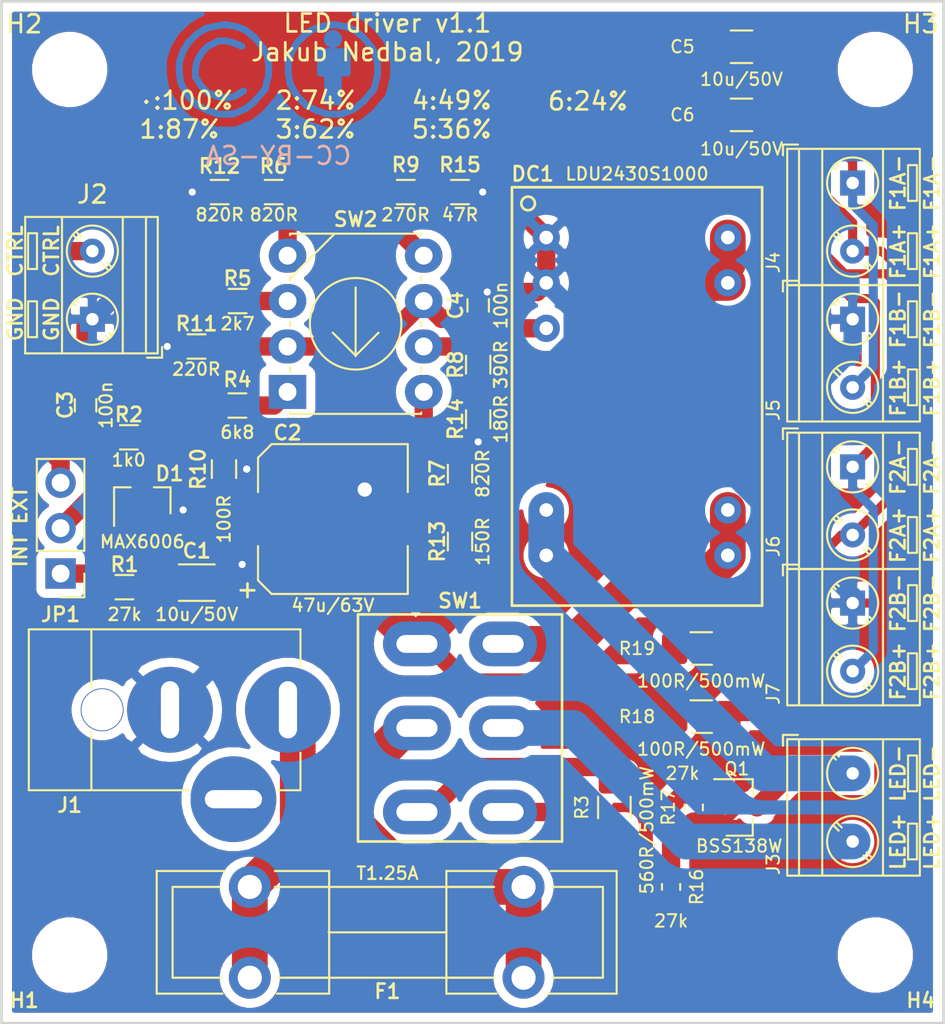
<source format=kicad_pcb>
(kicad_pcb (version 20171130) (host pcbnew 5.1.3)
  (layers (0 F.Cu signal) (31 B.Cu signal) (34 B.Paste user) (35 F.Paste user) (36 B.SilkS user) (37 F.SilkS user) (38 B.Mask user) (39 F.Mask user) (44 Edge.Cuts user))
  (net 0 "")
  (net 1 GND)
  (net 2 /RefVolt)
  (net 3 /CtrlVolt)
  (net 4 "Net-(R12-Pad2)")
  (net 5 "Net-(R13-Pad2)")
  (net 6 "Net-(R14-Pad2)")
  (net 7 "Net-(R15-Pad2)")
  (net 8 /DriverOut)
  (net 9 /ExtCtrl)
  (net 10 /Vref)
  (net 11 /TrickleOut)
  (net 12 /1.09V)
  (net 13 /0.93V)
  (net 14 /0.78V)
  (net 15 /0.62V)
  (net 16 /0.46V)
  (net 17 /0.30V)
  (net 18 "Net-(F1-Pad1)")
  (net 19 "Net-(J1-Pad3)")
  (net 20 +VDC)
  (net 21 /LEDout-)
  (net 22 /+30V)
  (net 23 /LEDout+)
  (net 24 "Net-(C5-Pad2)")
  (net 25 "Net-(C5-Pad1)")
  (net 26 "Net-(C6-Pad2)")
  (net 27 "Net-(C6-Pad1)")
  (net 28 "Net-(Q1-Pad1)")
  (net 29 /+30V_TrickleSupply)
  (net 30 "Net-(R10-Pad2)")
  (net 31 "Net-(R11-Pad2)")
  (module Resistor_SMD:R_0603_1608Metric (layer F.Cu) (at 156.845 83.185 90)
    (fp_text reference R17 (at 0 -1.43 90) (layer F.SilkS) (effects (font (size 0.7 0.7) (thickness 0.11))))
    (fp_text value 27k (at 1.905 -0.635 180) (layer F.SilkS) (effects (font (size 0.7 0.7) (thickness 0.11))))
    (pad 2 smd roundrect (at 0.7875 0 90) (size 0.875 0.95) (layers F.Cu F.Paste F.Mask) (net 28 "Net-(Q1-Pad1)"))
    (pad 1 smd roundrect (at -0.7875 0 90) (size 0.875 0.95) (layers F.Cu F.Paste F.Mask) (net 1 GND))
  )
  (module Resistor_SMD:R_0603_1608Metric (layer F.Cu) (at 155.575 87.63 270)
    (fp_text reference R16 (at 0 -1.43 90) (layer F.SilkS) (effects (font (size 0.7 0.7) (thickness 0.11))))
    (fp_text value 27k (at 1.905 0 180) (layer F.SilkS) (effects (font (size 0.7 0.7) (thickness 0.11))))
    (pad 2 smd roundrect (at 0.7875 0 270) (size 0.875 0.95) (layers F.Cu F.Paste F.Mask) (net 11 /TrickleOut))
    (pad 1 smd roundrect (at -0.7875 0 270) (size 0.875 0.95) (layers F.Cu F.Paste F.Mask) (net 28 "Net-(Q1-Pad1)"))
  )
  (module Capacitor_SMD:C_1206_3216Metric (layer F.Cu) (at 159.515 44.45 180)
    (fp_text reference C6 (at 3.305 0) (layer F.SilkS) (effects (font (size 0.7 0.7) (thickness 0.11))))
    (fp_text value 10u/50V (at 0 -1.905) (layer F.SilkS) (effects (font (size 0.7 0.7) (thickness 0.11))))
    (pad 2 smd roundrect (at 1.4 0 180) (size 1.25 1.75) (layers F.Cu F.Paste F.Mask) (roundrect_rratio 0.2) (net 26 "Net-(C6-Pad2)"))
    (pad 1 smd roundrect (at -1.4 0 180) (size 1.25 1.75) (layers F.Cu F.Paste F.Mask) (roundrect_rratio 0.2) (net 27 "Net-(C6-Pad1)"))
  )
  (module Capacitor_SMD:C_1206_3216Metric (layer F.Cu) (at 159.515 40.64)
    (fp_text reference C5 (at -3.305 0) (layer F.SilkS) (effects (font (size 0.7 0.7) (thickness 0.11))))
    (fp_text value 10u/50V (at 0 1.82) (layer F.SilkS) (effects (font (size 0.7 0.7) (thickness 0.11))))
    (pad 2 smd roundrect (at 1.4 0) (size 1.25 1.75) (layers F.Cu F.Paste F.Mask) (roundrect_rratio 0.2) (net 24 "Net-(C5-Pad2)"))
    (pad 1 smd roundrect (at -1.4 0) (size 1.25 1.75) (layers F.Cu F.Paste F.Mask) (roundrect_rratio 0.2) (net 25 "Net-(C5-Pad1)"))
  )
  (module Resistor_SMD:R_1206_3216Metric_Pad1.42x1.75mm_HandSolder (layer F.Cu) (at 157.2625 74.295)
    (fp_text reference R19 (at -3.5925 0) (layer F.SilkS) (effects (font (size 0.7 0.7) (thickness 0.11))))
    (fp_text value 100R/500mW (at 0 1.82) (layer F.SilkS) (effects (font (size 0.7 0.7) (thickness 0.11))))
    (pad 2 smd roundrect (at 1.4875 0) (size 1.425 1.75) (layers F.Cu F.Paste F.Mask) (roundrect_rratio 0.175439) (net 27 "Net-(C6-Pad1)"))
    (pad 1 smd roundrect (at -1.4875 0) (size 1.425 1.75) (layers F.Cu F.Paste F.Mask) (roundrect_rratio 0.175439) (net 20 +VDC))
  )
  (module Resistor_SMD:R_1206_3216Metric_Pad1.42x1.75mm_HandSolder (layer F.Cu) (at 157.2625 78.105)
    (fp_text reference R18 (at -3.5925 0) (layer F.SilkS) (effects (font (size 0.7 0.7) (thickness 0.11))))
    (fp_text value 100R/500mW (at 0 1.82) (layer F.SilkS) (effects (font (size 0.7 0.7) (thickness 0.11))))
    (pad 2 smd roundrect (at 1.4875 0) (size 1.425 1.75) (layers F.Cu F.Paste F.Mask) (roundrect_rratio 0.175439) (net 25 "Net-(C5-Pad1)"))
    (pad 1 smd roundrect (at -1.4875 0) (size 1.425 1.75) (layers F.Cu F.Paste F.Mask) (roundrect_rratio 0.175439) (net 20 +VDC))
  )
  (module Package_TO_SOT_SMD:SOT-23 (layer F.Cu) (at 159.385 83.185)
    (fp_text reference Q1 (at -0.127 -2.159) (layer F.SilkS) (effects (font (size 0.7 0.7) (thickness 0.11))))
    (fp_text value BSS138W (at 0 2.159) (layer F.SilkS) (effects (font (size 0.7 0.7) (thickness 0.11))))
    (pad 3 smd rect (at 1 0) (size 0.9 0.8) (layers F.Cu F.Paste F.Mask) (net 21 /LEDout-))
    (pad 2 smd rect (at -1 0.95) (size 0.9 0.8) (layers F.Cu F.Paste F.Mask) (net 1 GND))
    (pad 1 smd rect (at -1 -0.95) (size 0.9 0.8) (layers F.Cu F.Paste F.Mask) (net 28 "Net-(Q1-Pad1)"))
  )
  (module TerminalBlock_MetzConnect:TerminalBlock_MetzConnect_Type086_RT03402HBLC_1x02_P3.81mm_Horizontal (layer F.Cu) (at 165.735 71.755 270)
    (fp_text reference J7 (at 5.08 4.445 90) (layer F.SilkS) (effects (font (size 0.7 0.7) (thickness 0.11))))
    (fp_text value "2way Screw Terminal")
    (pad 2 thru_hole circle (at 3.81 0 270) (size 1.4 1.4) (drill 0.7) (layers *.Cu *.Mask) (net 26 "Net-(C6-Pad2)"))
    (pad 1 thru_hole rect (at 0 0 270) (size 1.4 1.4) (drill 0.7) (layers *.Cu *.Mask) (net 1 GND))
  )
  (module TerminalBlock_MetzConnect:TerminalBlock_MetzConnect_Type086_RT03402HBLC_1x02_P3.81mm_Horizontal (layer F.Cu) (at 165.735 64.135 270)
    (fp_text reference J6 (at 4.445 4.445 90) (layer F.SilkS) (effects (font (size 0.7 0.7) (thickness 0.11))))
    (fp_text value "2way Screw Terminal")
    (pad 2 thru_hole circle (at 3.81 0 270) (size 1.4 1.4) (drill 0.7) (layers *.Cu *.Mask) (net 27 "Net-(C6-Pad1)"))
    (pad 1 thru_hole rect (at 0 0 270) (size 1.4 1.4) (drill 0.7) (layers *.Cu *.Mask) (net 26 "Net-(C6-Pad2)"))
  )
  (module TerminalBlock_MetzConnect:TerminalBlock_MetzConnect_Type086_RT03402HBLC_1x02_P3.81mm_Horizontal (layer F.Cu) (at 165.735 55.88 270)
    (fp_text reference J5 (at 5.08 4.445 90) (layer F.SilkS) (effects (font (size 0.7 0.7) (thickness 0.11))))
    (fp_text value "2way Screw Terminal")
    (pad 2 thru_hole circle (at 3.81 0 270) (size 1.4 1.4) (drill 0.7) (layers *.Cu *.Mask) (net 24 "Net-(C5-Pad2)"))
    (pad 1 thru_hole rect (at 0 0 270) (size 1.4 1.4) (drill 0.7) (layers *.Cu *.Mask) (net 1 GND))
  )
  (module TerminalBlock_MetzConnect:TerminalBlock_MetzConnect_Type086_RT03402HBLC_1x02_P3.81mm_Horizontal (layer F.Cu) (at 165.735 48.26 270)
    (fp_text reference J4 (at 4.445 4.445 90) (layer F.SilkS) (effects (font (size 0.7 0.7) (thickness 0.11))))
    (fp_text value "2way Screw Terminal")
    (pad 2 thru_hole circle (at 3.81 0 270) (size 1.4 1.4) (drill 0.7) (layers *.Cu *.Mask) (net 25 "Net-(C5-Pad1)"))
    (pad 1 thru_hole rect (at 0 0 270) (size 1.4 1.4) (drill 0.7) (layers *.Cu *.Mask) (net 24 "Net-(C5-Pad2)"))
  )
  (module TerminalBlock_MetzConnect:TerminalBlock_MetzConnect_Type086_RT03402HBLC_1x02_P3.81mm_Horizontal (layer F.Cu) (at 165.735 81.28 270)
    (fp_text reference J3 (at 5.08 4.445 270) (layer F.SilkS) (effects (font (size 0.7 0.7) (thickness 0.11))))
    (fp_text value "2way Screw Terminal")
    (pad 2 thru_hole circle (at 3.81 0 270) (size 1.4 1.4) (drill 0.7) (layers *.Cu *.Mask) (net 23 /LEDout+))
    (pad 1 thru_hole rect (at 0 0 270) (size 1.4 1.4) (drill 0.7) (layers *.Cu *.Mask) (net 21 /LEDout-))
  )
  (module jakub:2.1mmBarrelJack (layer F.Cu) (at 119.634 77.724)
    (fp_text reference J1 (at 2.286 5.334) (layer F.SilkS) (effects (font (size 0.8 0.8))))
    (fp_text value "2.1mm DC jack")
    (pad "" thru_hole circle (at 4.1 0) (size 2.4 2.4) (drill 2.3) (layers *.Cu *.Mask))
    (pad 2 thru_hole circle (at 7.9 0) (size 4.8 4.8) (drill oval 1.02 3.2) (layers *.Cu *.Mask) (net 1 GND))
    (pad 1 thru_hole circle (at 14.5 0) (size 4.8 4.8) (drill oval 1.02 3.2) (layers *.Cu *.Mask) (net 22 /+30V))
    (pad 3 thru_hole circle (at 11.45 5) (size 4.8 4.8) (drill oval 3.2 1.02) (layers *.Cu *.Mask) (net 19 "Net-(J1-Pad3)"))
  )
  (module Symbol:Symbol_CC-ShareAlike_CopperTop_Small (layer B.Cu) (at 130.556 41.91 180)
    (fp_text reference REF** hide)
    (fp_text value Symbol_CC-ShareAlike_CopperTop_Small hide)
    (fp_line (start 0.59944 2.4003) (end 0 2.49936) (layer B.Cu) (width 0.381))
    (fp_line (start 1.00076 2.30124) (end 0.59944 2.4003) (layer B.Cu) (width 0.381))
    (fp_line (start 1.50114 1.99898) (end 1.00076 2.30124) (layer B.Cu) (width 0.381))
    (fp_line (start 1.99898 1.50114) (end 1.50114 1.99898) (layer B.Cu) (width 0.381))
    (fp_line (start 2.30124 1.00076) (end 1.99898 1.50114) (layer B.Cu) (width 0.381))
    (fp_line (start 2.49936 0.39878) (end 2.30124 1.00076) (layer B.Cu) (width 0.381))
    (fp_line (start 2.49936 -0.20066) (end 2.49936 0.39878) (layer B.Cu) (width 0.381))
    (fp_line (start 2.4003 -0.8001) (end 2.49936 -0.20066) (layer B.Cu) (width 0.381))
    (fp_line (start 1.99898 -1.50114) (end 2.4003 -0.8001) (layer B.Cu) (width 0.381))
    (fp_line (start 1.50114 -1.99898) (end 1.99898 -1.50114) (layer B.Cu) (width 0.381))
    (fp_line (start 0.89916 -2.30124) (end 1.50114 -1.99898) (layer B.Cu) (width 0.381))
    (fp_line (start 0.29972 -2.49936) (end 0.89916 -2.30124) (layer B.Cu) (width 0.381))
    (fp_line (start -0.50038 -2.49936) (end 0.29972 -2.49936) (layer B.Cu) (width 0.381))
    (fp_line (start -1.19888 -2.19964) (end -0.50038 -2.49936) (layer B.Cu) (width 0.381))
    (fp_line (start -1.69926 -1.80086) (end -1.19888 -2.19964) (layer B.Cu) (width 0.381))
    (fp_line (start -2.30124 -1.09982) (end -1.69926 -1.80086) (layer B.Cu) (width 0.381))
    (fp_line (start -2.49936 -0.29972) (end -2.30124 -1.09982) (layer B.Cu) (width 0.381))
    (fp_line (start -2.49936 0.29972) (end -2.49936 -0.29972) (layer B.Cu) (width 0.381))
    (fp_line (start -2.4003 0.8001) (end -2.49936 0.29972) (layer B.Cu) (width 0.381))
    (fp_line (start -2.19964 1.19888) (end -2.4003 0.8001) (layer B.Cu) (width 0.381))
    (fp_line (start -1.69926 1.80086) (end -2.19964 1.19888) (layer B.Cu) (width 0.381))
    (fp_line (start -1.19888 2.19964) (end -1.69926 1.80086) (layer B.Cu) (width 0.381))
    (fp_line (start -0.70104 2.4003) (end -1.19888 2.19964) (layer B.Cu) (width 0.381))
    (fp_line (start -0.09906 2.49936) (end -0.70104 2.4003) (layer B.Cu) (width 0.381))
    (fp_line (start 0 2.49936) (end -0.09906 2.49936) (layer B.Cu) (width 0.381))
    (fp_line (start -0.50038 1.50114) (end -1.00076 1.30048) (layer B.Cu) (width 0.381))
    (fp_line (start -0.09906 1.6002) (end -0.50038 1.50114) (layer B.Cu) (width 0.381))
    (fp_line (start 0.29972 1.6002) (end -0.09906 1.6002) (layer B.Cu) (width 0.381))
    (fp_line (start 0.89916 1.30048) (end 0.29972 1.6002) (layer B.Cu) (width 0.381))
    (fp_line (start 1.19888 1.00076) (end 0.89916 1.30048) (layer B.Cu) (width 0.381))
    (fp_line (start 1.50114 0.50038) (end 1.19888 1.00076) (layer B.Cu) (width 0.381))
    (fp_line (start 1.6002 0) (end 1.50114 0.50038) (layer B.Cu) (width 0.381))
    (fp_line (start 1.6002 -0.39878) (end 1.6002 0) (layer B.Cu) (width 0.381))
    (fp_line (start 1.30048 -0.89916) (end 1.6002 -0.39878) (layer B.Cu) (width 0.381))
    (fp_line (start 0.89916 -1.30048) (end 1.30048 -0.89916) (layer B.Cu) (width 0.381))
    (fp_line (start 0.39878 -1.50114) (end 0.89916 -1.30048) (layer B.Cu) (width 0.381))
    (fp_line (start -0.09906 -1.6002) (end 0.39878 -1.50114) (layer B.Cu) (width 0.381))
    (fp_line (start -0.59944 -1.50114) (end -0.09906 -1.6002) (layer B.Cu) (width 0.381))
    (fp_line (start -1.09982 -1.19888) (end -0.59944 -1.50114) (layer B.Cu) (width 0.381))
  )
  (module Symbol:Symbol_CC-Attribution_CopperTop_Small (layer B.Cu) (at 136.652 41.91 180)
    (fp_text reference REF** hide)
    (fp_text value Symbol_CC-Attribution_CopperTop_Small hide)
    (fp_line (start 0.59944 2.4003) (end 0 2.49936) (layer B.Cu) (width 0.381))
    (fp_line (start 1.00076 2.30124) (end 0.59944 2.4003) (layer B.Cu) (width 0.381))
    (fp_line (start 1.50114 1.99898) (end 1.00076 2.30124) (layer B.Cu) (width 0.381))
    (fp_line (start 1.99898 1.50114) (end 1.50114 1.99898) (layer B.Cu) (width 0.381))
    (fp_line (start 2.30124 1.00076) (end 1.99898 1.50114) (layer B.Cu) (width 0.381))
    (fp_line (start 2.49936 0.39878) (end 2.30124 1.00076) (layer B.Cu) (width 0.381))
    (fp_line (start 2.49936 -0.20066) (end 2.49936 0.39878) (layer B.Cu) (width 0.381))
    (fp_line (start 2.4003 -0.8001) (end 2.49936 -0.20066) (layer B.Cu) (width 0.381))
    (fp_line (start 1.99898 -1.50114) (end 2.4003 -0.8001) (layer B.Cu) (width 0.381))
    (fp_line (start 1.50114 -1.99898) (end 1.99898 -1.50114) (layer B.Cu) (width 0.381))
    (fp_line (start 0.89916 -2.30124) (end 1.50114 -1.99898) (layer B.Cu) (width 0.381))
    (fp_line (start 0.29972 -2.49936) (end 0.89916 -2.30124) (layer B.Cu) (width 0.381))
    (fp_line (start -0.50038 -2.49936) (end 0.29972 -2.49936) (layer B.Cu) (width 0.381))
    (fp_line (start -1.19888 -2.19964) (end -0.50038 -2.49936) (layer B.Cu) (width 0.381))
    (fp_line (start -1.69926 -1.80086) (end -1.19888 -2.19964) (layer B.Cu) (width 0.381))
    (fp_line (start -2.30124 -1.09982) (end -1.69926 -1.80086) (layer B.Cu) (width 0.381))
    (fp_line (start -2.49936 -0.29972) (end -2.30124 -1.09982) (layer B.Cu) (width 0.381))
    (fp_line (start -2.49936 0.29972) (end -2.49936 -0.29972) (layer B.Cu) (width 0.381))
    (fp_line (start -2.4003 0.8001) (end -2.49936 0.29972) (layer B.Cu) (width 0.381))
    (fp_line (start -2.19964 1.19888) (end -2.4003 0.8001) (layer B.Cu) (width 0.381))
    (fp_line (start -1.69926 1.80086) (end -2.19964 1.19888) (layer B.Cu) (width 0.381))
    (fp_line (start -1.19888 2.19964) (end -1.69926 1.80086) (layer B.Cu) (width 0.381))
    (fp_line (start -0.70104 2.4003) (end -1.19888 2.19964) (layer B.Cu) (width 0.381))
    (fp_line (start -0.09906 2.49936) (end -0.70104 2.4003) (layer B.Cu) (width 0.381))
    (fp_line (start 0 2.49936) (end -0.09906 2.49936) (layer B.Cu) (width 0.381))
    (fp_circle (center 0 1.69926) (end 0.09906 1.39954) (layer B.Cu) (width 0.381))
    (fp_line (start -0.8001 -0.20066) (end -0.8001 1.00076) (layer B.Cu) (width 0.381))
    (fp_line (start 0.70104 -0.20066) (end -0.8001 -0.20066) (layer B.Cu) (width 0.381))
    (fp_line (start 0.70104 1.00076) (end 0.70104 -0.20066) (layer B.Cu) (width 0.381))
    (fp_line (start -0.8001 1.00076) (end 0.70104 1.00076) (layer B.Cu) (width 0.381))
    (fp_line (start -0.29972 -1.80086) (end 0.20066 -1.80086) (layer B.Cu) (width 0.381))
    (fp_line (start -0.29972 -0.29972) (end -0.29972 -1.80086) (layer B.Cu) (width 0.381))
    (fp_line (start 0.29972 -1.80086) (end 0.29972 -0.20066) (layer B.Cu) (width 0.381))
    (fp_line (start 0.09906 -1.80086) (end 0.29972 -1.80086) (layer B.Cu) (width 0.381))
    (fp_line (start 0 -0.29972) (end 0 -1.6002) (layer B.Cu) (width 0.381))
    (fp_line (start -0.8001 0.09906) (end 0.50038 0.09906) (layer B.Cu) (width 0.381))
    (fp_line (start 0.50038 0.39878) (end -0.70104 0.39878) (layer B.Cu) (width 0.381))
    (fp_line (start -0.70104 0.70104) (end 0.59944 0.70104) (layer B.Cu) (width 0.381))
    (fp_line (start 0 1.89992) (end 0 1.50114) (layer B.Cu) (width 0.381))
  )
  (module jakub:Nidec_Copal_SS-10-16 (layer F.Cu) (at 134.112 52.324)
    (fp_text reference SW2 (at 3.81 -2.032) (layer F.SilkS) (effects (font (size 0.8 0.8))))
    (fp_text value "6pos rotary")
    (pad 8 thru_hole oval (at 7.62 0) (size 2.1 1.9) (drill 1) (layers *.Cu *.Mask) (net 17 /0.30V))
    (pad 4 thru_hole oval (at 0 0) (size 2.1 1.9) (drill 1) (layers *.Cu *.Mask) (net 14 /0.78V))
    (pad 1 thru_hole rect (at 0 7.62) (size 2.1 1.9) (drill 1) (layers *.Cu *.Mask) (net 12 /1.09V))
    (pad 5 thru_hole oval (at 7.62 7.62) (size 2.1 1.9) (drill 1) (layers *.Cu *.Mask) (net 15 /0.62V))
    (pad 2 thru_hole oval (at 0 5.08) (size 2.1 1.9) (drill 1) (layers *.Cu *.Mask) (net 3 /CtrlVolt))
    (pad 7 thru_hole oval (at 7.62 2.54) (size 2.1 1.9) (drill 1) (layers *.Cu *.Mask) (net 3 /CtrlVolt))
    (pad 3 thru_hole oval (at 0 2.54) (size 2.1 1.9) (drill 1) (layers *.Cu *.Mask) (net 13 /0.93V))
    (pad 6 thru_hole oval (at 7.62 5.08) (size 2.1 1.9) (drill 1) (layers *.Cu *.Mask) (net 16 /0.46V))
  )
  (module Capacitors_SMD:C_1206 (layer F.Cu) (at 129.032 70.612)
    (fp_text reference C1 (at 0 -1.778) (layer F.SilkS) (effects (font (size 0.8 0.8))))
    (fp_text value 10u/50V (at 0 1.778) (layer F.SilkS) (effects (font (size 0.7 0.7) (thickness 0.12))))
    (pad 2 smd rect (at 1.5 0) (size 1 1.6) (layers F.Cu F.Paste F.Mask) (net 1 GND))
    (pad 1 smd rect (at -1.5 0) (size 1 1.6) (layers F.Cu F.Paste F.Mask) (net 20 +VDC))
  )
  (module Capacitors_SMD:CP_Elec_8x10.5 (layer F.Cu) (at 136.65 67.056)
    (fp_text reference C2 (at -2.538 -4.826) (layer F.SilkS) (effects (font (size 0.8 0.8))))
    (fp_text value 47u/63V (at 0 4.826) (layer F.SilkS) (effects (font (size 0.7 0.7) (thickness 0.12))))
    (fp_text user + (at -4.78 3.91) (layer F.SilkS))
    (pad 2 smd rect (at 3.05 0 180) (size 4 2.5) (layers F.Cu F.Paste F.Mask) (net 1 GND))
    (pad 1 smd rect (at -3.05 0 180) (size 4 2.5) (layers F.Cu F.Paste F.Mask) (net 20 +VDC))
  )
  (module Capacitors_SMD:C_0603 (layer F.Cu) (at 122.809 60.694 90)
    (fp_text reference C3 (at 0.012 -1.143 90) (layer F.SilkS) (effects (font (size 0.8 0.8))))
    (fp_text value 100n (at 0.012 1.143 90) (layer F.SilkS) (effects (font (size 0.7 0.7) (thickness 0.12))))
    (pad 2 smd rect (at 0.75 0 90) (size 0.8 0.75) (layers F.Cu F.Paste F.Mask) (net 1 GND))
    (pad 1 smd rect (at -0.75 0 90) (size 0.8 0.75) (layers F.Cu F.Paste F.Mask) (net 2 /RefVolt))
  )
  (module Capacitors_SMD:C_0603 (layer F.Cu) (at 144.78 55.106 90)
    (fp_text reference C4 (at 0 -1.27 90) (layer F.SilkS) (effects (font (size 0.8 0.8))))
    (fp_text value 100n (at 0 1.27 90) (layer F.SilkS) (effects (font (size 0.7 0.7) (thickness 0.12))))
    (pad 1 smd rect (at -0.75 0 90) (size 0.8 0.75) (layers F.Cu F.Paste F.Mask) (net 3 /CtrlVolt))
    (pad 2 smd rect (at 0.75 0 90) (size 0.8 0.75) (layers F.Cu F.Paste F.Mask) (net 1 GND))
  )
  (module Resistors_SMD:R_0603 (layer F.Cu) (at 124.98 70.866 180)
    (fp_text reference R1 (at -0.012 1.27 180) (layer F.SilkS) (effects (font (size 0.8 0.8))))
    (fp_text value 27k (at -0.012 -1.524 180) (layer F.SilkS) (effects (font (size 0.7 0.7) (thickness 0.12))))
    (pad 2 smd rect (at 0.75 0 180) (size 0.5 0.9) (layers F.Cu F.Paste F.Mask) (net 10 /Vref))
    (pad 1 smd rect (at -0.75 0 180) (size 0.5 0.9) (layers F.Cu F.Paste F.Mask) (net 20 +VDC))
  )
  (module Resistors_SMD:R_0603 (layer F.Cu) (at 125.234 62.484 180)
    (fp_text reference R2 (at 0 1.27 180) (layer F.SilkS) (effects (font (size 0.8 0.8))))
    (fp_text value 1k0 (at 0.012 -1.27 180) (layer F.SilkS) (effects (font (size 0.7 0.7) (thickness 0.12))))
    (pad 1 smd rect (at -0.75 0 180) (size 0.5 0.9) (layers F.Cu F.Paste F.Mask) (net 3 /CtrlVolt))
    (pad 2 smd rect (at 0.75 0 180) (size 0.5 0.9) (layers F.Cu F.Paste F.Mask) (net 2 /RefVolt))
  )
  (module Resistors_SMD:R_0603 (layer F.Cu) (at 131.306 60.706)
    (fp_text reference R4 (at 0 -1.45) (layer F.SilkS) (effects (font (size 0.8 0.8))))
    (fp_text value 6k8 (at 0 1.5) (layer F.SilkS) (effects (font (size 0.7 0.7) (thickness 0.12))))
    (pad 2 smd rect (at 0.75 0) (size 0.5 0.9) (layers F.Cu F.Paste F.Mask) (net 12 /1.09V))
    (pad 1 smd rect (at -0.75 0) (size 0.5 0.9) (layers F.Cu F.Paste F.Mask) (net 30 "Net-(R10-Pad2)"))
  )
  (module Resistors_SMD:R_0603 (layer F.Cu) (at 131.318 54.864)
    (fp_text reference R5 (at 0 -1.27) (layer F.SilkS) (effects (font (size 0.8 0.8))))
    (fp_text value 2k7 (at 0 1.27) (layer F.SilkS) (effects (font (size 0.7 0.7) (thickness 0.12))))
    (pad 1 smd rect (at -0.75 0) (size 0.5 0.9) (layers F.Cu F.Paste F.Mask) (net 31 "Net-(R11-Pad2)"))
    (pad 2 smd rect (at 0.75 0) (size 0.5 0.9) (layers F.Cu F.Paste F.Mask) (net 13 /0.93V))
  )
  (module Resistors_SMD:R_0603 (layer F.Cu) (at 133.338 48.768)
    (fp_text reference R6 (at 0 -1.45) (layer F.SilkS) (effects (font (size 0.8 0.8))))
    (fp_text value 820R (at 0.012 1.27) (layer F.SilkS) (effects (font (size 0.7 0.7) (thickness 0.12))))
    (pad 2 smd rect (at 0.75 0) (size 0.5 0.9) (layers F.Cu F.Paste F.Mask) (net 14 /0.78V))
    (pad 1 smd rect (at -0.75 0) (size 0.5 0.9) (layers F.Cu F.Paste F.Mask) (net 4 "Net-(R12-Pad2)"))
  )
  (module Resistors_SMD:R_0603 (layer F.Cu) (at 143.764 64.516 90)
    (fp_text reference R7 (at 0 -1.27 90) (layer F.SilkS) (effects (font (size 0.8 0.8))))
    (fp_text value 820R (at 0 1.27 90) (layer F.SilkS) (effects (font (size 0.7 0.7) (thickness 0.12))))
    (pad 1 smd rect (at -0.75 0 90) (size 0.5 0.9) (layers F.Cu F.Paste F.Mask) (net 5 "Net-(R13-Pad2)"))
    (pad 2 smd rect (at 0.75 0 90) (size 0.5 0.9) (layers F.Cu F.Paste F.Mask) (net 15 /0.62V))
  )
  (module Resistors_SMD:R_0603 (layer F.Cu) (at 144.78 58.42 90)
    (fp_text reference R8 (at 0 -1.27 90) (layer F.SilkS) (effects (font (size 0.8 0.8))))
    (fp_text value 390R (at 0 1.27 90) (layer F.SilkS) (effects (font (size 0.7 0.7) (thickness 0.12))))
    (pad 1 smd rect (at -0.75 0 90) (size 0.5 0.9) (layers F.Cu F.Paste F.Mask) (net 6 "Net-(R14-Pad2)"))
    (pad 2 smd rect (at 0.75 0 90) (size 0.5 0.9) (layers F.Cu F.Paste F.Mask) (net 16 /0.46V))
  )
  (module Resistors_SMD:R_0603 (layer F.Cu) (at 140.728 48.768 180)
    (fp_text reference R9 (at 0 1.524 180) (layer F.SilkS) (effects (font (size 0.8 0.8))))
    (fp_text value 270R (at 0.012 -1.27 180) (layer F.SilkS) (effects (font (size 0.7 0.7) (thickness 0.12))))
    (pad 2 smd rect (at 0.75 0 180) (size 0.5 0.9) (layers F.Cu F.Paste F.Mask) (net 17 /0.30V))
    (pad 1 smd rect (at -0.75 0 180) (size 0.5 0.9) (layers F.Cu F.Paste F.Mask) (net 7 "Net-(R15-Pad2)"))
  )
  (module Resistors_SMD:R_0603 (layer F.Cu) (at 130.556 64.262 90)
    (fp_text reference R10 (at 0 -1.45 90) (layer F.SilkS) (effects (font (size 0.8 0.8))))
    (fp_text value 100R (at -2.794 0 90) (layer F.SilkS) (effects (font (size 0.7 0.7) (thickness 0.12))))
    (pad 1 smd rect (at -0.75 0 90) (size 0.5 0.9) (layers F.Cu F.Paste F.Mask) (net 1 GND))
    (pad 2 smd rect (at 0.75 0 90) (size 0.5 0.9) (layers F.Cu F.Paste F.Mask) (net 30 "Net-(R10-Pad2)"))
  )
  (module Resistors_SMD:R_0603 (layer F.Cu) (at 129.02 57.404)
    (fp_text reference R11 (at 0 -1.27) (layer F.SilkS) (effects (font (size 0.8 0.8))))
    (fp_text value 220R (at -0.012 1.27) (layer F.SilkS) (effects (font (size 0.7 0.7) (thickness 0.12))))
    (pad 1 smd rect (at -0.75 0) (size 0.5 0.9) (layers F.Cu F.Paste F.Mask) (net 1 GND))
    (pad 2 smd rect (at 0.75 0) (size 0.5 0.9) (layers F.Cu F.Paste F.Mask) (net 31 "Net-(R11-Pad2)"))
  )
  (module Resistors_SMD:R_0603 (layer F.Cu) (at 130.314 48.768)
    (fp_text reference R12 (at 0 -1.45) (layer F.SilkS) (effects (font (size 0.8 0.8))))
    (fp_text value 820R (at 0 1.27) (layer F.SilkS) (effects (font (size 0.7 0.7) (thickness 0.12))))
    (pad 2 smd rect (at 0.75 0) (size 0.5 0.9) (layers F.Cu F.Paste F.Mask) (net 4 "Net-(R12-Pad2)"))
    (pad 1 smd rect (at -0.75 0) (size 0.5 0.9) (layers F.Cu F.Paste F.Mask) (net 1 GND))
  )
  (module Resistors_SMD:R_0603 (layer F.Cu) (at 143.764 68.314 90)
    (fp_text reference R13 (at 0 -1.27 90) (layer F.SilkS) (effects (font (size 0.8 0.8))))
    (fp_text value 150R (at 0 1.27 90) (layer F.SilkS) (effects (font (size 0.7 0.7) (thickness 0.12))))
    (pad 2 smd rect (at 0.75 0 90) (size 0.5 0.9) (layers F.Cu F.Paste F.Mask) (net 5 "Net-(R13-Pad2)"))
    (pad 1 smd rect (at -0.75 0 90) (size 0.5 0.9) (layers F.Cu F.Paste F.Mask) (net 1 GND))
  )
  (module Resistors_SMD:R_0603 (layer F.Cu) (at 144.78 61.468 90)
    (fp_text reference R14 (at 0 -1.27 90) (layer F.SilkS) (effects (font (size 0.8 0.8))))
    (fp_text value 180R (at 0 1.27 90) (layer F.SilkS) (effects (font (size 0.7 0.7) (thickness 0.12))))
    (pad 2 smd rect (at 0.75 0 90) (size 0.5 0.9) (layers F.Cu F.Paste F.Mask) (net 6 "Net-(R14-Pad2)"))
    (pad 1 smd rect (at -0.75 0 90) (size 0.5 0.9) (layers F.Cu F.Paste F.Mask) (net 1 GND))
  )
  (module Resistors_SMD:R_0603 (layer F.Cu) (at 143.764 48.768 180)
    (fp_text reference R15 (at 0 1.524 180) (layer F.SilkS) (effects (font (size 0.8 0.8))))
    (fp_text value 47R (at 0 -1.27 180) (layer F.SilkS) (effects (font (size 0.7 0.7) (thickness 0.12))))
    (pad 2 smd rect (at 0.75 0 180) (size 0.5 0.9) (layers F.Cu F.Paste F.Mask) (net 7 "Net-(R15-Pad2)"))
    (pad 1 smd rect (at -0.75 0 180) (size 0.5 0.9) (layers F.Cu F.Paste F.Mask) (net 1 GND))
  )
  (module jakub:XPPOWER_LDU24 (layer F.Cu) (at 148.59 51.308 270)
    (fp_text reference DC1 (at -3.556 0.762) (layer F.SilkS) (effects (font (size 0.8 0.8))))
    (fp_text value LDU2430S1000 (at -3.556 -5.08) (layer F.SilkS) (effects (font (size 0.7 0.7) (thickness 0.12))))
    (pad 1 thru_hole circle (at 0 0 270) (size 1.524 1.524) (drill 0.762) (layers *.Cu *.Mask) (net 1 GND))
    (pad 2 thru_hole circle (at 2.54 0 270) (size 1.524 1.524) (drill 0.762) (layers *.Cu *.Mask) (net 1 GND))
    (pad 3 thru_hole circle (at 5.08 0 270) (size 1.524 1.524) (drill 0.762) (layers *.Cu *.Mask) (net 3 /CtrlVolt))
    (pad 7 thru_hole circle (at 15.24 0 270) (size 1.524 1.524) (drill 0.762) (layers *.Cu *.Mask) (net 21 /LEDout-))
    (pad 8 thru_hole circle (at 17.78 0 270) (size 1.524 1.524) (drill 0.762) (layers *.Cu *.Mask) (net 21 /LEDout-))
    (pad 9 thru_hole circle (at 17.78 -10.16 270) (size 1.524 1.524) (drill 0.762) (layers *.Cu *.Mask) (net 8 /DriverOut))
    (pad 10 thru_hole circle (at 15.24 -10.16 270) (size 1.524 1.524) (drill 0.762) (layers *.Cu *.Mask) (net 8 /DriverOut))
    (pad 15 thru_hole circle (at 2.54 -10.16 270) (size 1.524 1.524) (drill 0.762) (layers *.Cu *.Mask) (net 20 +VDC))
    (pad 16 thru_hole circle (at 0 -10.16 270) (size 1.524 1.524) (drill 0.762) (layers *.Cu *.Mask) (net 20 +VDC))
  )
  (module Pin_Headers:Pin_Header_Straight_1x03_Pitch2.54mm (layer F.Cu) (at 121.412 70.104 180)
    (fp_text reference JP1 (at 0 -2.286 180) (layer F.SilkS) (effects (font (size 0.8 0.8))))
    (fp_text value Jumper_3_Bridged12)
    (pad 3 thru_hole oval (at 0 5.08 180) (size 1.7 1.7) (drill 1) (layers *.Cu *.Mask) (net 9 /ExtCtrl))
    (pad 2 thru_hole oval (at 0 2.54 180) (size 1.7 1.7) (drill 1) (layers *.Cu *.Mask) (net 2 /RefVolt))
    (pad 1 thru_hole rect (at 0 0 180) (size 1.7 1.7) (drill 1) (layers *.Cu *.Mask) (net 10 /Vref))
  )
  (module jakub:switchDPDT (layer F.Cu) (at 143.764 78.74)
    (fp_text reference SW1 (at 0 -7.112) (layer F.SilkS) (effects (font (size 0.8 0.8))))
    (fp_text value "DPDT Switch")
    (pad 1 thru_hole oval (at -2.41 4.7) (size 3.8 2.5) (drill oval 2.3 1) (layers *.Cu *.Mask) (net 29 /+30V_TrickleSupply))
    (pad 2 thru_hole oval (at -2.41 0) (size 3.8 2.5) (drill oval 2.3 1) (layers *.Cu *.Mask) (net 18 "Net-(F1-Pad1)"))
    (pad 3 thru_hole oval (at -2.41 -4.7) (size 3.8 2.5) (drill oval 2.3 1) (layers *.Cu *.Mask) (net 20 +VDC))
    (pad 4 thru_hole oval (at 2.41 4.7) (size 3.8 2.5) (drill oval 2.3 1) (layers *.Cu *.Mask) (net 11 /TrickleOut))
    (pad 5 thru_hole oval (at 2.41 0) (size 3.8 2.5) (drill oval 2.3 1) (layers *.Cu *.Mask) (net 23 /LEDout+))
    (pad 6 thru_hole oval (at 2.41 -4.7) (size 3.8 2.5) (drill oval 2.3 1) (layers *.Cu *.Mask) (net 8 /DriverOut))
  )
  (module TO_SOT_Packages_SMD:SOT-23 (layer F.Cu) (at 125.984 66.04 90)
    (fp_text reference D1 (at 1.524 1.524 180) (layer F.SilkS) (effects (font (size 0.8 0.8))))
    (fp_text value MAX6006 (at -2.286 0 180) (layer F.SilkS) (effects (font (size 0.7 0.7) (thickness 0.12))))
    (pad 3 smd rect (at 1 0 90) (size 0.9 0.8) (layers F.Cu F.Paste F.Mask))
    (pad 2 smd rect (at -1 0.95 90) (size 0.9 0.8) (layers F.Cu F.Paste F.Mask) (net 1 GND))
    (pad 1 smd rect (at -1 -0.95 90) (size 0.9 0.8) (layers F.Cu F.Paste F.Mask) (net 10 /Vref))
  )
  (module Fuse_Holders_and_Fuses:Fuseholder5x20_horiz_open_lateral_Type-II (layer F.Cu) (at 147.32 92.71 180)
    (fp_text reference F1 (at 7.62 -0.762 180) (layer F.SilkS) (effects (font (size 0.8 0.8))))
    (fp_text value T1.25A (at 7.62 5.842 180) (layer F.SilkS) (effects (font (size 0.7 0.7) (thickness 0.12))))
    (pad 1 thru_hole circle (at 0 5.08 180) (size 2.35 2.35) (drill 1.35) (layers *.Cu *.Mask) (net 18 "Net-(F1-Pad1)"))
    (pad 1 thru_hole circle (at 0 0 180) (size 2.35 2.35) (drill 1.35) (layers *.Cu *.Mask) (net 18 "Net-(F1-Pad1)"))
    (pad 2 thru_hole circle (at 15.32 5.08 180) (size 2.35 2.35) (drill 1.35) (layers *.Cu *.Mask) (net 22 /+30V))
    (pad 2 thru_hole circle (at 15.32 0 180) (size 2.35 2.35) (drill 1.35) (layers *.Cu *.Mask) (net 22 /+30V))
  )
  (module Mounting_Holes:MountingHole_3.2mm_M3 (layer F.Cu) (at 121.92 91.44)
    (fp_text reference H1 (at -2.54 2.54) (layer F.SilkS) (effects (font (size 0.8 0.8))))
    (fp_text value ⌀3.2mm)
    (pad "" np_thru_hole circle (at 0 0) (size 3.2 3.2) (drill 3.2) (layers *.Cu *.Mask))
  )
  (module Mounting_Holes:MountingHole_3.2mm_M3 (layer F.Cu) (at 121.92 41.91)
    (fp_text reference H2 (at -2.54 -2.54) (layer F.SilkS))
    (fp_text value ⌀3.2mm)
    (pad 1 np_thru_hole circle (at 0 0) (size 3.2 3.2) (drill 3.2) (layers *.Cu *.Mask))
  )
  (module Mounting_Holes:MountingHole_3.2mm_M3 (layer F.Cu) (at 167.005 41.91)
    (fp_text reference H3 (at 2.54 -2.54) (layer F.SilkS))
    (fp_text value ⌀3.2mm)
    (pad 1 np_thru_hole circle (at 0 0) (size 3.2 3.2) (drill 3.2) (layers *.Cu *.Mask))
  )
  (module Mounting_Holes:MountingHole_3.2mm_M3 (layer F.Cu) (at 167.005 91.44)
    (fp_text reference H4 (at 2.54 2.54) (layer F.SilkS) (effects (font (size 0.8 0.8))))
    (fp_text value ⌀3.2mm)
    (pad 1 np_thru_hole circle (at 0 0) (size 3.2 3.2) (drill 3.2) (layers *.Cu *.Mask))
  )
  (module TerminalBlock_MetzConnect:TerminalBlock_MetzConnect_Type086_RT03402HBLC_1x02_P3.81mm_Horizontal (layer F.Cu) (at 123.19 55.88 90)
    (fp_text reference J2 (at 6.985 0 180) (layer F.SilkS))
    (fp_text value "2way Screw Terminal")
    (pad 1 thru_hole rect (at 0 0 90) (size 1.4 1.4) (drill 0.7) (layers *.Cu *.Mask) (net 1 GND))
    (pad 2 thru_hole circle (at 3.81 0 90) (size 1.4 1.4) (drill 0.7) (layers *.Cu *.Mask) (net 9 /ExtCtrl))
  )
  (module Resistor_SMD:R_1206_3216Metric_Pad1.42x1.75mm_HandSolder (layer F.Cu) (at 152.4 83.185 90)
    (fp_text reference R3 (at 0 -1.82 90) (layer F.SilkS) (effects (font (size 0.7 0.7) (thickness 0.11))))
    (fp_text value 560R/500mW (at -1.27 1.82 90) (layer F.SilkS) (effects (font (size 0.7 0.7) (thickness 0.11))))
    (pad 1 smd roundrect (at -1.4875 0 90) (size 1.425 1.75) (layers F.Cu F.Paste F.Mask) (roundrect_rratio 0.175439) (net 11 /TrickleOut))
    (pad 2 smd roundrect (at 1.4875 0 90) (size 1.425 1.75) (layers F.Cu F.Paste F.Mask) (roundrect_rratio 0.175439) (net 29 /+30V_TrickleSupply))
  )
  (gr_text F1B- (at 170.18 55.88 90) (layer F.SilkS) (effects (font (size 0.8 0.8))))
  (gr_text F1A- (at 170.18 48.26 90) (layer F.SilkS) (effects (font (size 0.8 0.8))))
  (gr_text F1B- (at 168.275 55.88 90) (layer F.SilkS) (effects (font (size 0.8 0.8))))
  (gr_text F1A- (at 168.275 48.26 90) (layer F.SilkS) (effects (font (size 0.8 0.8))))
  (gr_text F1A+ (at 170.18 52.07 90) (layer F.SilkS) (effects (font (size 0.8 0.8))))
  (gr_text F1B+ (at 170.18 59.69 90) (layer F.SilkS) (effects (font (size 0.8 0.8))))
  (gr_text F1A+ (at 168.275 52.07 90) (layer F.SilkS) (effects (font (size 0.8 0.8))))
  (gr_text F1B+ (at 168.275 59.69 90) (layer F.SilkS) (effects (font (size 0.8 0.8))))
  (gr_text F2A+ (at 170.18 67.945 90) (layer F.SilkS) (effects (font (size 0.8 0.8))))
  (gr_text F2A- (at 170.18 64.135 90) (layer F.SilkS) (effects (font (size 0.8 0.8))))
  (gr_text F2A+ (at 168.275 67.945 90) (layer F.SilkS) (effects (font (size 0.8 0.8))))
  (gr_text F2A- (at 168.275 64.135 90) (layer F.SilkS) (effects (font (size 0.8 0.8))))
  (gr_text F2B- (at 170.18 71.755 90) (layer F.SilkS) (effects (font (size 0.8 0.8))))
  (gr_text F2B+ (at 170.18 75.565 90) (layer F.SilkS) (effects (font (size 0.8 0.8))))
  (gr_text F2B- (at 168.275 71.755 90) (layer F.SilkS) (effects (font (size 0.8 0.8))))
  (gr_text F2B+ (at 168.275 75.565 90) (layer F.SilkS) (effects (font (size 0.8 0.8))))
  (gr_text CC-BY-SA (at 133.604 46.736) (layer B.SilkS) (effects (font (size 1 1)) (justify mirror)))
  (gr_text LED+ (at 170.18 85.09 90) (layer F.SilkS) (effects (font (size 0.8 0.8))))
  (gr_text LED- (at 170.18 81.28 90) (layer F.SilkS) (effects (font (size 0.8 0.8))))
  (gr_text CTRL (at 118.872 52.07 90) (layer F.SilkS) (effects (font (size 0.8 0.8))))
  (gr_text GND (at 118.872 55.88 90) (layer F.SilkS) (effects (font (size 0.8 0.8))))
  (gr_text 6:24% (at 148.59 43.688) (layer F.SilkS) (effects (font (size 1 1)) (justify left)))
  (gr_text "4:49%\n5:36%" (at 140.97 44.45) (layer F.SilkS) (effects (font (size 1 1)) (justify left)))
  (gr_text "2:74%\n3:62%" (at 133.35 44.45) (layer F.SilkS) (effects (font (size 1 1)) (justify left)))
  (gr_text "·:100%\n1:87%" (at 125.73 44.45) (layer F.SilkS) (effects (font (size 1 1)) (justify left)))
  (gr_text "LED driver v1.1\nJakub Nedbal, 2019" (at 139.7 40.132) (layer F.SilkS) (effects (font (size 1 1))))
  (gr_text EXT (at 119.126 66.294 90) (layer F.SilkS) (effects (font (size 0.8 0.8))))
  (gr_text INT (at 119.126 68.834 90) (layer F.SilkS) (effects (font (size 0.8 0.8))))
  (gr_text GND (at 120.904 55.88 90) (layer F.SilkS) (effects (font (size 0.8 0.8))))
  (gr_text CTRL (at 120.904 52.07 90) (layer F.SilkS) (effects (font (size 0.8 0.8))))
  (gr_text LED+ (at 168.275 85.09 90) (layer F.SilkS) (effects (font (size 0.8 0.8))))
  (gr_text LED- (at 168.275 81.28 90) (layer F.SilkS) (effects (font (size 0.8 0.8))))
  (gr_line (start 118.11 38.1) (end 118.11 95.25) (layer Edge.Cuts) (width 0.15))
  (gr_line (start 170.815 38.1) (end 118.11 38.1) (layer Edge.Cuts) (width 0.15))
  (gr_line (start 170.815 95.25) (end 170.815 38.1) (layer Edge.Cuts) (width 0.15))
  (gr_line (start 118.11 95.25) (end 170.815 95.25) (layer Edge.Cuts) (width 0.15))
  (segment (start 130.556 65.012) (end 131.076 65.012) (width 1.024) (layer F.Cu) (net 1))
  (via (at 131.826 64.262) (size 0.8) (drill 0.4) (layers F.Cu B.Cu) (net 1))
  (segment (start 131.076 65.012) (end 131.826 64.262) (width 1.024) (layer F.Cu) (net 1))
  (segment (start 126.934 67.04) (end 127.778 67.04) (width 1.024) (layer F.Cu) (net 1))
  (via (at 128.27 66.548) (size 0.8) (drill 0.4) (layers F.Cu B.Cu) (net 1))
  (segment (start 127.778 67.04) (end 128.27 66.548) (width 1.024) (layer F.Cu) (net 1))
  (segment (start 129.54 66.548) (end 131.826 64.262) (width 1.024) (layer B.Cu) (net 1))
  (segment (start 128.27 66.548) (end 129.54 66.548) (width 1.024) (layer B.Cu) (net 1))
  (segment (start 131.572 64.516) (end 131.826 64.262) (width 1.024) (layer B.Cu) (net 1))
  (via (at 131.826 64.262) (size 0.8) (drill 0.4) (layers F.Cu B.Cu) (net 1))
  (segment (start 131.572 69.596) (end 131.572 64.516) (width 1.024) (layer B.Cu) (net 1))
  (segment (start 131.572 73.686) (end 127.534 77.724) (width 1.024) (layer B.Cu) (net 1))
  (segment (start 131.572 69.596) (end 131.572 73.686) (width 1.024) (layer B.Cu) (net 1))
  (via (at 144.78 62.738) (size 0.8) (drill 0.4) (layers F.Cu B.Cu) (net 1))
  (segment (start 144.78 62.218) (end 144.78 62.738) (width 1.024) (layer F.Cu) (net 1))
  (segment (start 144.78 62.738) (end 144.78 63.754) (width 1.024) (layer B.Cu) (net 1))
  (segment (start 145.288 64.262) (end 146.304 64.262) (width 1.024) (layer B.Cu) (net 1))
  (segment (start 144.78 63.754) (end 145.288 64.262) (width 1.024) (layer B.Cu) (net 1))
  (segment (start 148.082 54.356) (end 148.59 53.848) (width 1.024) (layer F.Cu) (net 1))
  (segment (start 146.05 48.768) (end 148.59 51.308) (width 1.024) (layer F.Cu) (net 1))
  (segment (start 148.59 51.308) (end 148.59 53.848) (width 1.024) (layer F.Cu) (net 1))
  (via (at 145.034 48.768) (size 0.8) (drill 0.4) (layers F.Cu B.Cu) (net 1))
  (segment (start 144.514 48.768) (end 145.034 48.768) (width 1.024) (layer F.Cu) (net 1))
  (segment (start 145.034 48.768) (end 146.05 48.768) (width 1.024) (layer F.Cu) (net 1))
  (via (at 145.288 54.356) (size 0.8) (drill 0.4) (layers F.Cu B.Cu) (net 1))
  (segment (start 144.78 54.356) (end 145.288 54.356) (width 1.024) (layer F.Cu) (net 1))
  (segment (start 145.288 54.356) (end 148.082 54.356) (width 1.024) (layer F.Cu) (net 1))
  (segment (start 149.351999 54.609999) (end 148.59 53.848) (width 1.024) (layer B.Cu) (net 1))
  (segment (start 150.064001 55.322001) (end 149.351999 54.609999) (width 1.024) (layer B.Cu) (net 1))
  (segment (start 150.064001 57.095521) (end 150.064001 55.322001) (width 1.024) (layer B.Cu) (net 1))
  (segment (start 146.304 60.855522) (end 150.064001 57.095521) (width 1.024) (layer B.Cu) (net 1))
  (segment (start 146.304 64.262) (end 146.304 60.855522) (width 1.024) (layer B.Cu) (net 1))
  (segment (start 130.762 70.406) (end 131.572 69.596) (width 1.024) (layer F.Cu) (net 1))
  (via (at 131.572 69.596) (size 0.8) (drill 0.4) (layers F.Cu B.Cu) (net 1))
  (segment (start 122.809 56.261) (end 123.19 55.88) (width 1.024) (layer F.Cu) (net 1))
  (segment (start 122.809 59.944) (end 122.809 56.261) (width 1.024) (layer F.Cu) (net 1))
  (via (at 128.778 48.768) (size 0.8) (drill 0.4) (layers F.Cu B.Cu) (net 1))
  (segment (start 129.564 48.768) (end 128.778 48.768) (width 1.024) (layer F.Cu) (net 1))
  (segment (start 128.778 50.292) (end 128.778 48.768) (width 1.024) (layer B.Cu) (net 1))
  (via (at 127.381 57.404) (size 0.8) (drill 0.4) (layers F.Cu B.Cu) (net 1))
  (segment (start 128.27 57.404) (end 127.381 57.404) (width 1.024) (layer F.Cu) (net 1))
  (segment (start 127.381 57.404) (end 127.381 51.816) (width 1.024) (layer B.Cu) (net 1))
  (segment (start 127.381 51.816) (end 127.3175 51.7525) (width 1.024) (layer B.Cu) (net 1))
  (segment (start 123.19 55.88) (end 127.3175 51.7525) (width 1.024) (layer B.Cu) (net 1))
  (segment (start 127.3175 51.7525) (end 128.778 50.292) (width 1.024) (layer B.Cu) (net 1))
  (segment (start 127.381 60.325) (end 131.572 64.516) (width 1.024) (layer B.Cu) (net 1))
  (segment (start 127.381 57.404) (end 127.381 60.325) (width 1.024) (layer B.Cu) (net 1))
  (segment (start 141.708 69.064) (end 143.764 69.064) (width 1.024) (layer F.Cu) (net 1))
  (segment (start 139.7 67.056) (end 141.097 68.453) (width 1.024) (layer F.Cu) (net 1))
  (segment (start 141.097 68.453) (end 141.708 69.064) (width 1.024) (layer F.Cu) (net 1))
  (segment (start 136.652 64.262) (end 145.288 64.262) (width 1.024) (layer B.Cu) (net 1))
  (segment (start 136.652 64.262) (end 137.287 64.262) (width 1.024) (layer B.Cu) (net 1))
  (segment (start 131.826 64.262) (end 136.652 64.262) (width 1.024) (layer B.Cu) (net 1))
  (via (at 138.43 65.405) (size 1.2) (drill 0.8) (layers F.Cu B.Cu) (net 1))
  (segment (start 137.287 64.262) (end 138.43 65.405) (width 1.024) (layer B.Cu) (net 1))
  (segment (start 138.43 65.786) (end 139.7 67.056) (width 1.024) (layer F.Cu) (net 1))
  (segment (start 138.43 65.405) (end 138.43 65.786) (width 1.024) (layer F.Cu) (net 1))
  (segment (start 158.645522 64.262) (end 146.304 64.262) (width 1.024) (layer B.Cu) (net 1))
  (segment (start 165.735 71.351478) (end 158.645522 64.262) (width 1.024) (layer B.Cu) (net 1))
  (segment (start 165.735 71.755) (end 165.735 71.351478) (width 1.024) (layer B.Cu) (net 1))
  (segment (start 165.735 57.604) (end 165.735 55.88) (width 1.024) (layer B.Cu) (net 1))
  (segment (start 159.077 64.262) (end 165.735 57.604) (width 1.024) (layer B.Cu) (net 1))
  (segment (start 158.645522 64.262) (end 159.077 64.262) (width 1.024) (layer B.Cu) (net 1))
  (segment (start 158.2225 83.9725) (end 158.385 84.135) (width 1.024) (layer F.Cu) (net 1))
  (segment (start 156.845 83.9725) (end 158.2225 83.9725) (width 1.024) (layer F.Cu) (net 1))
  (segment (start 158.435 84.135) (end 159.385 83.185) (width 0.508) (layer F.Cu) (net 1))
  (segment (start 158.385 84.135) (end 158.435 84.135) (width 0.508) (layer F.Cu) (net 1))
  (segment (start 159.385 81.567798) (end 157.48 79.662798) (width 0.508) (layer F.Cu) (net 1))
  (segment (start 159.385 83.185) (end 159.385 81.567798) (width 0.508) (layer F.Cu) (net 1))
  (segment (start 160.65799 75.62401) (end 164.527 71.755) (width 0.508) (layer F.Cu) (net 1))
  (segment (start 159.147868 75.62401) (end 160.65799 75.62401) (width 0.508) (layer F.Cu) (net 1))
  (segment (start 164.527 71.755) (end 165.735 71.755) (width 0.508) (layer F.Cu) (net 1))
  (segment (start 157.48 77.291878) (end 159.147868 75.62401) (width 0.508) (layer F.Cu) (net 1))
  (segment (start 157.48 79.662798) (end 157.48 77.291878) (width 0.508) (layer F.Cu) (net 1))
  (segment (start 124.484 64.492) (end 124.484 62.484) (width 1.024) (layer F.Cu) (net 2))
  (segment (start 121.412 67.564) (end 124.484 64.492) (width 1.024) (layer F.Cu) (net 2))
  (segment (start 123.444 61.444) (end 124.484 62.484) (width 1.024) (layer F.Cu) (net 2))
  (segment (start 122.809 61.444) (end 123.444 61.444) (width 1.024) (layer F.Cu) (net 2))
  (segment (start 145.312 56.388) (end 144.78 55.856) (width 1.024) (layer F.Cu) (net 3))
  (segment (start 148.59 56.388) (end 145.312 56.388) (width 1.024) (layer F.Cu) (net 3))
  (segment (start 142.724 55.856) (end 141.732 54.864) (width 1.024) (layer F.Cu) (net 3))
  (segment (start 144.78 55.856) (end 142.724 55.856) (width 1.024) (layer F.Cu) (net 3))
  (segment (start 139.192 57.404) (end 141.732 54.864) (width 1.024) (layer F.Cu) (net 3))
  (segment (start 134.112 57.404) (end 139.192 57.404) (width 1.024) (layer F.Cu) (net 3))
  (segment (start 132.038 57.404) (end 134.112 57.404) (width 1.024) (layer F.Cu) (net 3))
  (segment (start 130.275999 59.166001) (end 132.038 57.404) (width 1.024) (layer F.Cu) (net 3))
  (segment (start 125.984 62.284) (end 129.101999 59.166001) (width 1.024) (layer F.Cu) (net 3))
  (segment (start 129.101999 59.166001) (end 130.275999 59.166001) (width 1.024) (layer F.Cu) (net 3))
  (segment (start 125.984 62.484) (end 125.984 62.284) (width 1.024) (layer F.Cu) (net 3))
  (segment (start 132.588 48.768) (end 131.064 48.768) (width 1.024) (layer F.Cu) (net 4))
  (segment (start 143.764 67.564) (end 143.764 65.266) (width 1.024) (layer F.Cu) (net 5))
  (segment (start 144.78 59.17) (end 144.78 60.718) (width 1.024) (layer F.Cu) (net 6))
  (segment (start 143.014 48.768) (end 141.478 48.768) (width 1.024) (layer F.Cu) (net 7))
  (segment (start 158.75 66.548) (end 158.75 69.088) (width 2) (layer F.Cu) (net 8))
  (segment (start 150.074 74.04) (end 146.174 74.04) (width 2) (layer F.Cu) (net 8))
  (segment (start 153.063999 71.050001) (end 150.074 74.04) (width 2) (layer F.Cu) (net 8))
  (segment (start 156.787999 71.050001) (end 153.063999 71.050001) (width 2) (layer F.Cu) (net 8))
  (segment (start 158.75 69.088) (end 156.787999 71.050001) (width 2) (layer F.Cu) (net 8))
  (segment (start 121.412 63.821919) (end 120.565999 62.975918) (width 1.024) (layer F.Cu) (net 9))
  (segment (start 121.412 65.024) (end 121.412 63.821919) (width 1.024) (layer F.Cu) (net 9))
  (segment (start 120.565999 52.970001) (end 120.565999 53.255999) (width 1.024) (layer F.Cu) (net 9))
  (segment (start 121.466 52.07) (end 120.565999 52.970001) (width 1.024) (layer F.Cu) (net 9))
  (segment (start 123.19 52.07) (end 121.466 52.07) (width 1.024) (layer F.Cu) (net 9))
  (segment (start 120.565999 62.975918) (end 120.565999 53.255999) (width 1.024) (layer F.Cu) (net 9))
  (segment (start 123.468 70.104) (end 124.23 70.866) (width 1.024) (layer F.Cu) (net 10))
  (segment (start 121.412 70.104) (end 123.468 70.104) (width 1.024) (layer F.Cu) (net 10))
  (segment (start 123.468 70.08) (end 123.468 70.104) (width 1.024) (layer F.Cu) (net 10))
  (segment (start 125.034 68.514) (end 123.468 70.08) (width 1.024) (layer F.Cu) (net 10))
  (segment (start 125.034 67.04) (end 125.034 68.514) (width 1.024) (layer F.Cu) (net 10))
  (segment (start 151.1675 83.44) (end 152.4 84.6725) (width 1.024) (layer F.Cu) (net 11))
  (segment (start 146.174 83.44) (end 151.1675 83.44) (width 1.024) (layer F.Cu) (net 11))
  (segment (start 155 88.4175) (end 155.575 88.4175) (width 1.024) (layer F.Cu) (net 11))
  (segment (start 152.4 85.8175) (end 155 88.4175) (width 1.024) (layer F.Cu) (net 11))
  (segment (start 152.4 84.6725) (end 152.4 85.8175) (width 1.024) (layer F.Cu) (net 11))
  (segment (start 133.35 60.706) (end 134.112 59.944) (width 1.024) (layer F.Cu) (net 12))
  (segment (start 132.056 60.706) (end 133.35 60.706) (width 1.024) (layer F.Cu) (net 12))
  (segment (start 132.068 54.864) (end 134.112 54.864) (width 1.024) (layer F.Cu) (net 13))
  (segment (start 134.112 48.792) (end 134.088 48.768) (width 1.024) (layer F.Cu) (net 14))
  (segment (start 134.112 52.324) (end 134.112 48.792) (width 1.024) (layer F.Cu) (net 14))
  (segment (start 141.732 61.734) (end 143.764 63.766) (width 1.024) (layer F.Cu) (net 15))
  (segment (start 141.732 59.944) (end 141.732 61.734) (width 1.024) (layer F.Cu) (net 15))
  (segment (start 144.514 57.404) (end 144.78 57.67) (width 1.024) (layer F.Cu) (net 16))
  (segment (start 141.732 57.404) (end 144.514 57.404) (width 1.024) (layer F.Cu) (net 16))
  (segment (start 139.978 50.57) (end 141.732 52.324) (width 1.024) (layer F.Cu) (net 17))
  (segment (start 139.978 48.768) (end 139.978 50.57) (width 1.024) (layer F.Cu) (net 17))
  (segment (start 141.354 78.74) (end 140.97 78.74) (width 2) (layer F.Cu) (net 18))
  (segment (start 141.429163 87.63) (end 145.6583 87.63) (width 2) (layer F.Cu) (net 18))
  (segment (start 137.454 83.654837) (end 141.429163 87.63) (width 2) (layer F.Cu) (net 18))
  (segment (start 137.454 81.99) (end 137.454 83.654837) (width 2) (layer F.Cu) (net 18))
  (segment (start 140.704 78.74) (end 137.454 81.99) (width 2) (layer F.Cu) (net 18))
  (segment (start 145.6583 87.63) (end 147.32 87.63) (width 2) (layer F.Cu) (net 18))
  (segment (start 141.354 78.74) (end 140.704 78.74) (width 2) (layer F.Cu) (net 18))
  (segment (start 147.32 92.71) (end 147.32 87.63) (width 2) (layer F.Cu) (net 18))
  (segment (start 134.37 67.056) (end 141.354 74.04) (width 2) (layer F.Cu) (net 20))
  (segment (start 133.6 67.056) (end 134.37 67.056) (width 2) (layer F.Cu) (net 20))
  (segment (start 157.67237 53.848) (end 158.75 53.848) (width 2) (layer F.Cu) (net 20))
  (segment (start 141.354 74.04) (end 142.004 74.04) (width 2) (layer F.Cu) (net 20))
  (segment (start 158.75 52.77037) (end 157.67237 53.848) (width 2) (layer F.Cu) (net 20))
  (segment (start 158.75 51.308) (end 158.75 52.77037) (width 2) (layer F.Cu) (net 20))
  (segment (start 131.088 67.056) (end 127.532 70.612) (width 2) (layer F.Cu) (net 20))
  (segment (start 133.6 67.056) (end 131.088 67.056) (width 2) (layer F.Cu) (net 20))
  (segment (start 127.278 70.866) (end 127.532 70.612) (width 1.024) (layer F.Cu) (net 20))
  (segment (start 125.73 70.866) (end 127.278 70.866) (width 1.024) (layer F.Cu) (net 20))
  (segment (start 142.004 74.04) (end 144.164 76.2) (width 1.024) (layer F.Cu) (net 20))
  (segment (start 153.87 76.2) (end 155.775 74.295) (width 1.024) (layer F.Cu) (net 20))
  (segment (start 144.164 76.2) (end 153.87 76.2) (width 1.024) (layer F.Cu) (net 20))
  (segment (start 153.87 76.2) (end 155.775 78.105) (width 1.024) (layer F.Cu) (net 20))
  (segment (start 145.47601 66.04436) (end 146.627999 64.892371) (width 2) (layer F.Cu) (net 20))
  (segment (start 145.47601 69.773137) (end 145.47601 66.04436) (width 2) (layer F.Cu) (net 20))
  (segment (start 141.354 74.04) (end 141.354 73.895147) (width 2) (layer F.Cu) (net 20))
  (segment (start 146.627999 64.892371) (end 157.67237 53.848) (width 2) (layer F.Cu) (net 20))
  (segment (start 141.354 73.895147) (end 145.47601 69.773137) (width 2) (layer F.Cu) (net 20))
  (segment (start 148.59 66.548) (end 148.59 69.088) (width 2) (layer B.Cu) (net 21))
  (segment (start 160.782 81.28) (end 148.59 69.088) (width 2) (layer B.Cu) (net 21))
  (segment (start 165.735 81.28) (end 160.782 81.28) (width 2) (layer B.Cu) (net 21))
  (segment (start 162.29 81.28) (end 160.385 83.185) (width 1.024) (layer F.Cu) (net 21))
  (segment (start 165.735 81.28) (end 162.29 81.28) (width 1.024) (layer F.Cu) (net 21))
  (segment (start 132 92.71) (end 132 87.63) (width 2) (layer F.Cu) (net 22))
  (segment (start 133.174999 86.455001) (end 132 87.63) (width 2) (layer F.Cu) (net 22))
  (segment (start 134.684001 84.945999) (end 133.174999 86.455001) (width 2) (layer F.Cu) (net 22))
  (segment (start 134.684001 78.274001) (end 134.684001 84.945999) (width 2) (layer F.Cu) (net 22))
  (segment (start 134.134 77.724) (end 134.684001 78.274001) (width 2) (layer F.Cu) (net 22))
  (segment (start 146.174 78.74) (end 150.074 78.74) (width 2) (layer B.Cu) (net 23))
  (segment (start 156.424 85.09) (end 150.074 78.74) (width 2) (layer B.Cu) (net 23))
  (segment (start 165.735 85.09) (end 156.424 85.09) (width 2) (layer B.Cu) (net 23))
  (segment (start 165.735 48.26) (end 165.735 47.052) (width 0.508) (layer F.Cu) (net 24))
  (segment (start 160.915 40.64) (end 163.195 42.92) (width 0.508) (layer F.Cu) (net 24))
  (segment (start 163.195 44.45) (end 163.164 44.481) (width 0.508) (layer F.Cu) (net 24))
  (segment (start 163.195 42.92) (end 163.195 44.45) (width 0.508) (layer F.Cu) (net 24))
  (segment (start 165.735 47.052) (end 163.164 44.481) (width 0.508) (layer F.Cu) (net 24))
  (segment (start 166.434999 58.990001) (end 165.735 59.69) (width 0.508) (layer B.Cu) (net 24))
  (segment (start 166.889001 58.535999) (end 166.434999 58.990001) (width 0.508) (layer B.Cu) (net 24))
  (segment (start 166.889001 50.622001) (end 166.889001 58.535999) (width 0.508) (layer B.Cu) (net 24))
  (segment (start 165.735 49.468) (end 166.889001 50.622001) (width 0.508) (layer B.Cu) (net 24))
  (segment (start 165.735 48.26) (end 165.735 49.468) (width 0.508) (layer B.Cu) (net 24))
  (segment (start 165.735 50.477202) (end 165.735 52.07) (width 0.508) (layer F.Cu) (net 25))
  (segment (start 161.99401 46.736212) (end 165.735 50.477202) (width 0.508) (layer F.Cu) (net 25))
  (segment (start 161.99401 43.533388) (end 161.99401 46.736212) (width 0.508) (layer F.Cu) (net 25))
  (segment (start 161.581612 43.12099) (end 161.99401 43.533388) (width 0.508) (layer F.Cu) (net 25))
  (segment (start 158.115 40.64) (end 160.59599 43.12099) (width 0.508) (layer F.Cu) (net 25))
  (segment (start 160.59599 43.12099) (end 161.581612 43.12099) (width 0.508) (layer F.Cu) (net 25))
  (segment (start 167.371276 52.07) (end 169.545 54.243724) (width 0.508) (layer F.Cu) (net 25))
  (segment (start 165.735 52.07) (end 167.371276 52.07) (width 0.508) (layer F.Cu) (net 25))
  (segment (start 169.545 54.243724) (end 169.545 74.295) (width 0.508) (layer F.Cu) (net 25))
  (segment (start 165.735 78.105) (end 158.75 78.105) (width 0.508) (layer F.Cu) (net 25))
  (segment (start 169.545 74.295) (end 165.735 78.105) (width 0.508) (layer F.Cu) (net 25))
  (segment (start 167.005 62.865) (end 165.735 64.135) (width 0.508) (layer F.Cu) (net 26))
  (segment (start 167.005 54.932798) (end 167.005 62.865) (width 0.508) (layer F.Cu) (net 26))
  (segment (start 166.798201 54.725999) (end 167.005 54.932798) (width 0.508) (layer F.Cu) (net 26))
  (segment (start 165.681801 54.725999) (end 166.798201 54.725999) (width 0.508) (layer F.Cu) (net 26))
  (segment (start 158.115 44.45) (end 158.115 47.159198) (width 0.508) (layer F.Cu) (net 26))
  (segment (start 158.115 47.159198) (end 165.681801 54.725999) (width 0.508) (layer F.Cu) (net 26))
  (segment (start 166.889001 66.497001) (end 166.889001 74.410999) (width 0.508) (layer B.Cu) (net 26))
  (segment (start 165.735 64.135) (end 165.735 65.343) (width 0.508) (layer B.Cu) (net 26))
  (segment (start 166.889001 74.410999) (end 165.735 75.565) (width 0.508) (layer B.Cu) (net 26))
  (segment (start 165.735 65.343) (end 166.889001 66.497001) (width 0.508) (layer B.Cu) (net 26))
  (segment (start 160.915 48.957922) (end 165.297078 53.34) (width 0.508) (layer F.Cu) (net 27))
  (segment (start 160.915 44.45) (end 160.915 48.957922) (width 0.508) (layer F.Cu) (net 27))
  (segment (start 165.297078 53.34) (end 167.64 53.34) (width 0.508) (layer F.Cu) (net 27))
  (segment (start 167.64 53.34) (end 168.275 53.975) (width 0.508) (layer F.Cu) (net 27))
  (segment (start 168.275 65.405) (end 165.735 67.945) (width 0.508) (layer F.Cu) (net 27))
  (segment (start 168.275 53.975) (end 168.275 65.405) (width 0.508) (layer F.Cu) (net 27))
  (segment (start 165.1 67.945) (end 165.735 67.945) (width 0.508) (layer F.Cu) (net 27))
  (segment (start 158.75 74.295) (end 165.1 67.945) (width 0.508) (layer F.Cu) (net 27))
  (segment (start 156.27 82.3975) (end 156.845 82.3975) (width 1.024) (layer F.Cu) (net 28))
  (segment (start 155.575 83.0925) (end 156.27 82.3975) (width 1.024) (layer F.Cu) (net 28))
  (segment (start 155.575 86.8425) (end 155.575 83.0925) (width 1.024) (layer F.Cu) (net 28))
  (segment (start 158.2225 82.3975) (end 158.385 82.235) (width 1.024) (layer F.Cu) (net 28))
  (segment (start 156.845 82.3975) (end 158.2225 82.3975) (width 1.024) (layer F.Cu) (net 28))
  (segment (start 142.004 83.44) (end 141.354 83.44) (width 1.024) (layer F.Cu) (net 29))
  (segment (start 144.517847 80.926153) (end 142.004 83.44) (width 1.024) (layer F.Cu) (net 29))
  (segment (start 151.628653 80.926153) (end 144.517847 80.926153) (width 1.024) (layer F.Cu) (net 29))
  (segment (start 152.4 81.6975) (end 151.628653 80.926153) (width 1.024) (layer F.Cu) (net 29))
  (segment (start 130.556 60.706) (end 130.556 63.512) (width 1.024) (layer F.Cu) (net 30))
  (segment (start 130.568 56.606) (end 129.77 57.404) (width 1.024) (layer F.Cu) (net 31))
  (segment (start 130.568 54.864) (end 130.568 56.606) (width 1.024) (layer F.Cu) (net 31))
  (zone (net 1) (net_name GND) (layer B.Cu) (connect_pads (clearance 0.508)) (min_thickness 0.254) (fill yes (arc_segments 16) (thermal_gap 0.508) (thermal_bridge_width 0.508))
    (polygon (pts (xy 118.032792 95.25) (xy 170.737792 95.25) (xy 170.737792 38.1) (xy 118.032792 38.1)))
  )
  (zone (net 1) (net_name GND) (layer F.Cu) (connect_pads (clearance 0.508)) (min_thickness 0.254) (fill yes (arc_segments 16) (thermal_gap 0.508) (thermal_bridge_width 0.508))
    (polygon (pts (xy 118.020949 38.1) (xy 170.758487 38.1) (xy 170.758487 95.25) (xy 118.020949 95.25)))
  )
)
</source>
